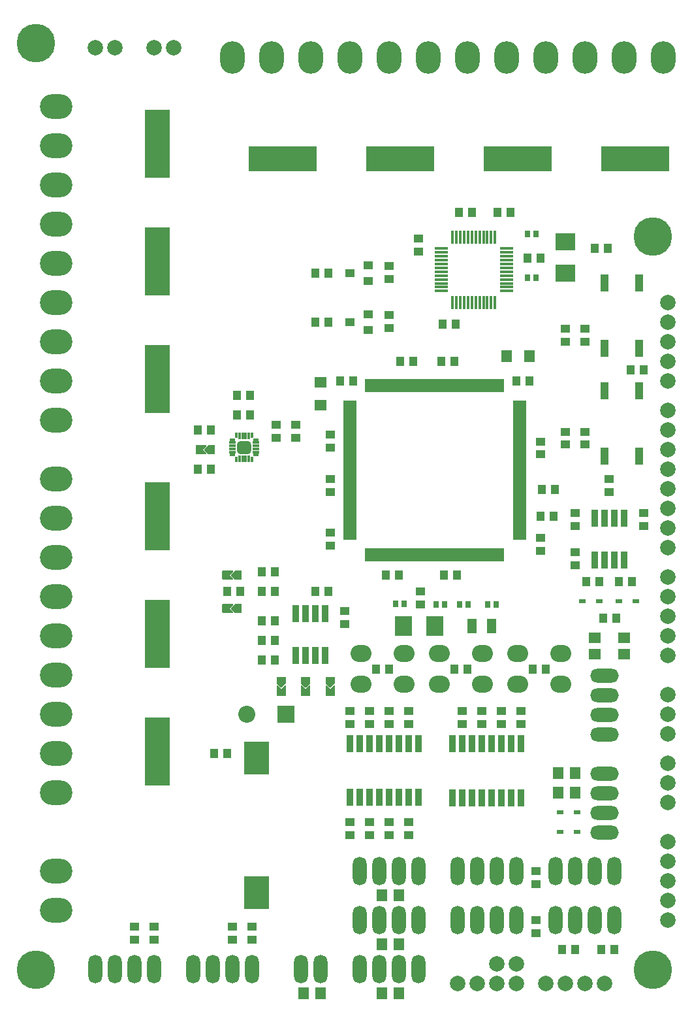
<source format=gbr>
%TF.GenerationSoftware,Altium Limited,Altium Designer,21.2.1 (34)*%
G04 Layer_Color=16711935*
%FSLAX25Y25*%
%MOIN*%
%TF.SameCoordinates,3D92BD4A-1653-4209-B07E-4AD3ED082CDC*%
%TF.FilePolarity,Negative*%
%TF.FileFunction,Soldermask,Bot*%
%TF.Part,Single*%
G01*
G75*
%TA.AperFunction,SMDPad,CuDef*%
%ADD81R,0.12611X0.35052*%
%ADD82R,0.35052X0.12611*%
%ADD83R,0.03950X0.08674*%
%ADD84R,0.01981X0.04737*%
%ADD85R,0.01587X0.03162*%
%ADD86R,0.01587X0.03556*%
%ADD87R,0.03162X0.01587*%
%ADD88R,0.03556X0.01587*%
G04:AMPARAMS|DCode=89|XSize=67.06mil|YSize=72.96mil|CornerRadius=18.76mil|HoleSize=0mil|Usage=FLASHONLY|Rotation=90.000|XOffset=0mil|YOffset=0mil|HoleType=Round|Shape=RoundedRectangle|*
%AMROUNDEDRECTD89*
21,1,0.06706,0.03543,0,0,90.0*
21,1,0.02953,0.07296,0,0,90.0*
1,1,0.03753,0.01772,0.01476*
1,1,0.03753,0.01772,-0.01476*
1,1,0.03753,-0.01772,-0.01476*
1,1,0.03753,-0.01772,0.01476*
%
%ADD89ROUNDEDRECTD89*%
%ADD90R,0.03950X0.04737*%
%ADD91R,0.04737X0.03950*%
%ADD92R,0.10249X0.08674*%
%ADD93R,0.08674X0.10249*%
%ADD94R,0.04737X0.07493*%
%ADD95R,0.04540X0.03950*%
%ADD96R,0.03556X0.02375*%
%ADD97R,0.03556X0.08674*%
%ADD98R,0.01981X0.06706*%
%ADD99R,0.06706X0.01981*%
%ADD100R,0.04737X0.01981*%
%ADD101R,0.06200X0.05300*%
%ADD102R,0.05300X0.06200*%
%ADD103R,0.01781X0.06506*%
%ADD104R,0.06506X0.01781*%
%ADD105R,0.12611X0.16548*%
%ADD106R,0.02800X0.03300*%
%ADD107R,0.05524X0.05918*%
%ADD108R,0.05918X0.05524*%
%TA.AperFunction,ComponentPad*%
%ADD109O,0.07099X0.14580*%
%TA.AperFunction,WasherPad*%
%ADD110C,0.19685*%
%TA.AperFunction,ComponentPad*%
%ADD111C,0.07887*%
%ADD112O,0.12611X0.16548*%
%ADD113O,0.10642X0.08674*%
%ADD114O,0.14580X0.07099*%
%ADD115O,0.16548X0.12611*%
%ADD116C,0.08674*%
%ADD117R,0.08674X0.08674*%
%TA.AperFunction,ViaPad*%
%ADD118C,0.02769*%
G36*
X172021Y169079D02*
X172072Y169068D01*
X172122Y169051D01*
X172169Y169028D01*
X172213Y168999D01*
X172252Y168965D01*
X172286Y168925D01*
X172316Y168881D01*
X172339Y168834D01*
X172356Y168785D01*
X172366Y168733D01*
X172369Y168681D01*
Y165925D01*
X172366Y165873D01*
X172356Y165821D01*
X172339Y165772D01*
X172316Y165725D01*
X172286Y165681D01*
X172252Y165642D01*
X170283Y163673D01*
X170244Y163639D01*
X170200Y163610D01*
X170153Y163586D01*
X170104Y163569D01*
X170052Y163559D01*
X170000Y163556D01*
X169948Y163559D01*
X169896Y163569D01*
X169847Y163586D01*
X169800Y163610D01*
X169756Y163639D01*
X169717Y163673D01*
X167748Y165642D01*
X167713Y165681D01*
X167684Y165725D01*
X167661Y165772D01*
X167644Y165821D01*
X167634Y165873D01*
X167631Y165925D01*
Y168681D01*
X167634Y168733D01*
X167644Y168785D01*
X167661Y168834D01*
X167684Y168881D01*
X167713Y168925D01*
X167748Y168965D01*
X167788Y168999D01*
X167831Y169028D01*
X167878Y169051D01*
X167928Y169068D01*
X167979Y169079D01*
X168032Y169082D01*
X171968D01*
X172021Y169079D01*
D02*
G37*
G36*
X159521D02*
X159572Y169068D01*
X159622Y169051D01*
X159669Y169028D01*
X159713Y168999D01*
X159752Y168965D01*
X159786Y168925D01*
X159816Y168881D01*
X159839Y168834D01*
X159856Y168785D01*
X159866Y168733D01*
X159869Y168681D01*
Y165925D01*
X159866Y165873D01*
X159856Y165821D01*
X159839Y165772D01*
X159816Y165725D01*
X159786Y165681D01*
X159752Y165642D01*
X157783Y163673D01*
X157744Y163639D01*
X157700Y163610D01*
X157653Y163586D01*
X157604Y163569D01*
X157552Y163559D01*
X157500Y163556D01*
X157448Y163559D01*
X157396Y163569D01*
X157347Y163586D01*
X157300Y163610D01*
X157256Y163639D01*
X157217Y163673D01*
X155248Y165642D01*
X155213Y165681D01*
X155184Y165725D01*
X155161Y165772D01*
X155144Y165821D01*
X155134Y165873D01*
X155131Y165925D01*
Y168681D01*
X155134Y168733D01*
X155144Y168785D01*
X155161Y168834D01*
X155184Y168881D01*
X155213Y168925D01*
X155248Y168965D01*
X155288Y168999D01*
X155331Y169028D01*
X155378Y169051D01*
X155428Y169068D01*
X155479Y169079D01*
X155532Y169082D01*
X159468D01*
X159521Y169079D01*
D02*
G37*
G36*
X147021D02*
X147072Y169068D01*
X147122Y169051D01*
X147169Y169028D01*
X147213Y168999D01*
X147252Y168965D01*
X147286Y168925D01*
X147316Y168881D01*
X147339Y168834D01*
X147356Y168785D01*
X147366Y168733D01*
X147369Y168681D01*
Y165925D01*
X147366Y165873D01*
X147356Y165821D01*
X147339Y165772D01*
X147316Y165725D01*
X147286Y165681D01*
X147252Y165642D01*
X145283Y163673D01*
X145244Y163639D01*
X145200Y163610D01*
X145153Y163586D01*
X145104Y163569D01*
X145052Y163559D01*
X145000Y163556D01*
X144948Y163559D01*
X144896Y163569D01*
X144847Y163586D01*
X144800Y163610D01*
X144756Y163639D01*
X144717Y163673D01*
X142748Y165642D01*
X142713Y165681D01*
X142684Y165725D01*
X142661Y165772D01*
X142644Y165821D01*
X142634Y165873D01*
X142631Y165925D01*
Y168681D01*
X142634Y168733D01*
X142644Y168785D01*
X142661Y168834D01*
X142684Y168881D01*
X142713Y168925D01*
X142748Y168965D01*
X142788Y168999D01*
X142831Y169028D01*
X142878Y169051D01*
X142928Y169068D01*
X142979Y169079D01*
X143032Y169082D01*
X146968D01*
X147021Y169079D01*
D02*
G37*
G36*
X172021Y164748D02*
X172072Y164738D01*
X172122Y164721D01*
X172169Y164698D01*
X172213Y164668D01*
X172252Y164634D01*
X172286Y164594D01*
X172316Y164551D01*
X172339Y164504D01*
X172356Y164454D01*
X172366Y164403D01*
X172369Y164350D01*
Y159626D01*
X172366Y159574D01*
X172356Y159522D01*
X172339Y159473D01*
X172316Y159425D01*
X172286Y159382D01*
X172252Y159343D01*
X172213Y159308D01*
X172169Y159279D01*
X172122Y159256D01*
X172072Y159239D01*
X172021Y159229D01*
X171968Y159225D01*
X168032D01*
X167979Y159229D01*
X167928Y159239D01*
X167878Y159256D01*
X167831Y159279D01*
X167788Y159308D01*
X167748Y159343D01*
X167713Y159382D01*
X167684Y159425D01*
X167661Y159473D01*
X167644Y159522D01*
X167634Y159574D01*
X167631Y159626D01*
Y164350D01*
X167634Y164403D01*
X167644Y164454D01*
X167661Y164504D01*
X167684Y164551D01*
X167713Y164594D01*
X167748Y164634D01*
X167788Y164668D01*
X167831Y164698D01*
X167878Y164721D01*
X167928Y164738D01*
X167979Y164748D01*
X168032Y164751D01*
X168084Y164748D01*
X168135Y164738D01*
X168185Y164721D01*
X168232Y164698D01*
X168275Y164668D01*
X168315Y164634D01*
X170000Y162949D01*
X171685Y164634D01*
X171724Y164668D01*
X171768Y164698D01*
X171815Y164721D01*
X171865Y164738D01*
X171916Y164748D01*
X171968Y164751D01*
X172021Y164748D01*
D02*
G37*
G36*
X159521D02*
X159572Y164738D01*
X159622Y164721D01*
X159669Y164698D01*
X159713Y164668D01*
X159752Y164634D01*
X159786Y164594D01*
X159816Y164551D01*
X159839Y164504D01*
X159856Y164454D01*
X159866Y164403D01*
X159869Y164350D01*
Y159626D01*
X159866Y159574D01*
X159856Y159522D01*
X159839Y159473D01*
X159816Y159425D01*
X159786Y159382D01*
X159752Y159343D01*
X159713Y159308D01*
X159669Y159279D01*
X159622Y159256D01*
X159572Y159239D01*
X159521Y159229D01*
X159468Y159225D01*
X155532D01*
X155479Y159229D01*
X155428Y159239D01*
X155378Y159256D01*
X155331Y159279D01*
X155288Y159308D01*
X155248Y159343D01*
X155213Y159382D01*
X155184Y159425D01*
X155161Y159473D01*
X155144Y159522D01*
X155134Y159574D01*
X155131Y159626D01*
Y164350D01*
X155134Y164403D01*
X155144Y164454D01*
X155161Y164504D01*
X155184Y164551D01*
X155213Y164594D01*
X155248Y164634D01*
X155288Y164668D01*
X155331Y164698D01*
X155378Y164721D01*
X155428Y164738D01*
X155479Y164748D01*
X155532Y164751D01*
X155584Y164748D01*
X155635Y164738D01*
X155685Y164721D01*
X155732Y164698D01*
X155775Y164668D01*
X155815Y164634D01*
X157500Y162949D01*
X159185Y164634D01*
X159224Y164668D01*
X159268Y164698D01*
X159315Y164721D01*
X159365Y164738D01*
X159416Y164748D01*
X159468Y164751D01*
X159521Y164748D01*
D02*
G37*
G36*
X147021D02*
X147072Y164738D01*
X147122Y164721D01*
X147169Y164698D01*
X147213Y164668D01*
X147252Y164634D01*
X147286Y164594D01*
X147316Y164551D01*
X147339Y164504D01*
X147356Y164454D01*
X147366Y164403D01*
X147369Y164350D01*
Y159626D01*
X147366Y159574D01*
X147356Y159522D01*
X147339Y159473D01*
X147316Y159425D01*
X147286Y159382D01*
X147252Y159343D01*
X147213Y159308D01*
X147169Y159279D01*
X147122Y159256D01*
X147072Y159239D01*
X147021Y159229D01*
X146968Y159225D01*
X143032D01*
X142979Y159229D01*
X142928Y159239D01*
X142878Y159256D01*
X142831Y159279D01*
X142788Y159308D01*
X142748Y159343D01*
X142713Y159382D01*
X142684Y159425D01*
X142661Y159473D01*
X142644Y159522D01*
X142634Y159574D01*
X142631Y159626D01*
Y164350D01*
X142634Y164403D01*
X142644Y164454D01*
X142661Y164504D01*
X142684Y164551D01*
X142713Y164594D01*
X142748Y164634D01*
X142788Y164668D01*
X142831Y164698D01*
X142878Y164721D01*
X142928Y164738D01*
X142979Y164748D01*
X143032Y164751D01*
X143084Y164748D01*
X143135Y164738D01*
X143185Y164721D01*
X143232Y164698D01*
X143275Y164668D01*
X143315Y164634D01*
X145000Y162949D01*
X146685Y164634D01*
X146724Y164668D01*
X146768Y164698D01*
X146815Y164721D01*
X146865Y164738D01*
X146916Y164748D01*
X146968Y164751D01*
X147021Y164748D01*
D02*
G37*
G36*
X110820Y287366D02*
X110872Y287356D01*
X110921Y287339D01*
X110968Y287316D01*
X111012Y287286D01*
X111051Y287252D01*
X111086Y287212D01*
X111115Y287169D01*
X111138Y287122D01*
X111155Y287072D01*
X111165Y287021D01*
X111169Y286968D01*
Y283032D01*
X111165Y282979D01*
X111155Y282928D01*
X111138Y282878D01*
X111115Y282831D01*
X111086Y282787D01*
X111051Y282748D01*
X111012Y282714D01*
X110968Y282684D01*
X110921Y282661D01*
X110872Y282644D01*
X110820Y282634D01*
X110768Y282631D01*
X108012D01*
X107959Y282634D01*
X107908Y282644D01*
X107858Y282661D01*
X107811Y282684D01*
X107768Y282714D01*
X107728Y282748D01*
X105760Y284717D01*
X105725Y284756D01*
X105696Y284800D01*
X105673Y284847D01*
X105656Y284896D01*
X105646Y284948D01*
X105642Y285000D01*
X105646Y285052D01*
X105656Y285104D01*
X105673Y285153D01*
X105696Y285200D01*
X105725Y285244D01*
X105760Y285283D01*
X107728Y287252D01*
X107768Y287286D01*
X107811Y287316D01*
X107858Y287339D01*
X107908Y287356D01*
X107959Y287366D01*
X108012Y287369D01*
X110768D01*
X110820Y287366D01*
D02*
G37*
G36*
X106489D02*
X106541Y287356D01*
X106590Y287339D01*
X106637Y287316D01*
X106681Y287286D01*
X106720Y287252D01*
X106755Y287212D01*
X106784Y287169D01*
X106807Y287122D01*
X106824Y287072D01*
X106834Y287021D01*
X106838Y286968D01*
X106834Y286916D01*
X106824Y286865D01*
X106807Y286815D01*
X106784Y286768D01*
X106755Y286724D01*
X106720Y286685D01*
X105035Y285000D01*
X106720Y283315D01*
X106755Y283276D01*
X106784Y283232D01*
X106807Y283185D01*
X106824Y283135D01*
X106834Y283084D01*
X106838Y283032D01*
X106834Y282979D01*
X106824Y282928D01*
X106807Y282878D01*
X106784Y282831D01*
X106755Y282787D01*
X106720Y282748D01*
X106681Y282714D01*
X106637Y282684D01*
X106590Y282661D01*
X106541Y282644D01*
X106489Y282634D01*
X106437Y282631D01*
X101713D01*
X101660Y282634D01*
X101609Y282644D01*
X101559Y282661D01*
X101512Y282684D01*
X101469Y282714D01*
X101429Y282748D01*
X101395Y282787D01*
X101365Y282831D01*
X101342Y282878D01*
X101325Y282928D01*
X101315Y282979D01*
X101312Y283032D01*
Y286968D01*
X101315Y287021D01*
X101325Y287072D01*
X101342Y287122D01*
X101365Y287169D01*
X101395Y287212D01*
X101429Y287252D01*
X101469Y287286D01*
X101512Y287316D01*
X101559Y287339D01*
X101609Y287356D01*
X101660Y287366D01*
X101713Y287369D01*
X106437D01*
X106489Y287366D01*
D02*
G37*
G36*
X124426Y223366D02*
X124478Y223356D01*
X124527Y223339D01*
X124574Y223316D01*
X124618Y223287D01*
X124657Y223252D01*
X124692Y223213D01*
X124721Y223169D01*
X124744Y223122D01*
X124761Y223072D01*
X124771Y223021D01*
X124775Y222969D01*
Y219032D01*
X124771Y218979D01*
X124761Y218928D01*
X124744Y218878D01*
X124721Y218831D01*
X124692Y218788D01*
X124657Y218748D01*
X124618Y218713D01*
X124574Y218684D01*
X124527Y218661D01*
X124478Y218644D01*
X124426Y218634D01*
X124374Y218631D01*
X121618D01*
X121566Y218634D01*
X121514Y218644D01*
X121465Y218661D01*
X121418Y218684D01*
X121374Y218713D01*
X121335Y218748D01*
X119366Y220717D01*
X119332Y220756D01*
X119302Y220800D01*
X119279Y220847D01*
X119262Y220896D01*
X119252Y220948D01*
X119249Y221000D01*
X119252Y221052D01*
X119262Y221104D01*
X119279Y221153D01*
X119302Y221200D01*
X119332Y221244D01*
X119366Y221283D01*
X121335Y223252D01*
X121374Y223287D01*
X121418Y223316D01*
X121465Y223339D01*
X121514Y223356D01*
X121566Y223366D01*
X121618Y223369D01*
X124374D01*
X124426Y223366D01*
D02*
G37*
G36*
X120096D02*
X120147Y223356D01*
X120197Y223339D01*
X120244Y223316D01*
X120287Y223287D01*
X120327Y223252D01*
X120361Y223213D01*
X120390Y223169D01*
X120414Y223122D01*
X120431Y223072D01*
X120441Y223021D01*
X120444Y222969D01*
X120441Y222916D01*
X120431Y222865D01*
X120414Y222815D01*
X120390Y222768D01*
X120361Y222725D01*
X120327Y222685D01*
X118642Y221000D01*
X120327Y219315D01*
X120361Y219275D01*
X120390Y219232D01*
X120414Y219185D01*
X120431Y219135D01*
X120441Y219084D01*
X120444Y219032D01*
X120441Y218979D01*
X120431Y218928D01*
X120414Y218878D01*
X120390Y218831D01*
X120361Y218788D01*
X120327Y218748D01*
X120287Y218713D01*
X120244Y218684D01*
X120197Y218661D01*
X120147Y218644D01*
X120096Y218634D01*
X120043Y218631D01*
X115319D01*
X115267Y218634D01*
X115215Y218644D01*
X115165Y218661D01*
X115119Y218684D01*
X115075Y218713D01*
X115035Y218748D01*
X115001Y218788D01*
X114972Y218831D01*
X114949Y218878D01*
X114932Y218928D01*
X114921Y218979D01*
X114918Y219032D01*
Y222969D01*
X114921Y223021D01*
X114932Y223072D01*
X114949Y223122D01*
X114972Y223169D01*
X115001Y223213D01*
X115035Y223252D01*
X115075Y223287D01*
X115119Y223316D01*
X115165Y223339D01*
X115215Y223356D01*
X115267Y223366D01*
X115319Y223369D01*
X120043D01*
X120096Y223366D01*
D02*
G37*
G36*
X124426Y206366D02*
X124478Y206356D01*
X124527Y206339D01*
X124574Y206316D01*
X124618Y206287D01*
X124657Y206252D01*
X124692Y206212D01*
X124721Y206169D01*
X124744Y206122D01*
X124761Y206072D01*
X124771Y206021D01*
X124775Y205968D01*
Y202031D01*
X124771Y201979D01*
X124761Y201928D01*
X124744Y201878D01*
X124721Y201831D01*
X124692Y201787D01*
X124657Y201748D01*
X124618Y201713D01*
X124574Y201684D01*
X124527Y201661D01*
X124478Y201644D01*
X124426Y201634D01*
X124374Y201631D01*
X121618D01*
X121566Y201634D01*
X121514Y201644D01*
X121465Y201661D01*
X121418Y201684D01*
X121374Y201713D01*
X121335Y201748D01*
X119366Y203717D01*
X119332Y203756D01*
X119302Y203800D01*
X119279Y203847D01*
X119262Y203896D01*
X119252Y203948D01*
X119249Y204000D01*
X119252Y204052D01*
X119262Y204104D01*
X119279Y204153D01*
X119302Y204200D01*
X119332Y204244D01*
X119366Y204283D01*
X121335Y206252D01*
X121374Y206287D01*
X121418Y206316D01*
X121465Y206339D01*
X121514Y206356D01*
X121566Y206366D01*
X121618Y206369D01*
X124374D01*
X124426Y206366D01*
D02*
G37*
G36*
X120096D02*
X120147Y206356D01*
X120197Y206339D01*
X120244Y206316D01*
X120287Y206287D01*
X120327Y206252D01*
X120361Y206212D01*
X120390Y206169D01*
X120414Y206122D01*
X120431Y206072D01*
X120441Y206021D01*
X120444Y205968D01*
X120441Y205916D01*
X120431Y205865D01*
X120414Y205815D01*
X120390Y205768D01*
X120361Y205725D01*
X120327Y205685D01*
X118642Y204000D01*
X120327Y202315D01*
X120361Y202275D01*
X120390Y202232D01*
X120414Y202185D01*
X120431Y202135D01*
X120441Y202084D01*
X120444Y202031D01*
X120441Y201979D01*
X120431Y201928D01*
X120414Y201878D01*
X120390Y201831D01*
X120361Y201787D01*
X120327Y201748D01*
X120287Y201713D01*
X120244Y201684D01*
X120197Y201661D01*
X120147Y201644D01*
X120096Y201634D01*
X120043Y201631D01*
X115319D01*
X115267Y201634D01*
X115215Y201644D01*
X115165Y201661D01*
X115119Y201684D01*
X115075Y201713D01*
X115035Y201748D01*
X115001Y201787D01*
X114972Y201831D01*
X114949Y201878D01*
X114932Y201928D01*
X114921Y201979D01*
X114918Y202031D01*
Y205968D01*
X114921Y206021D01*
X114932Y206072D01*
X114949Y206122D01*
X114972Y206169D01*
X115001Y206212D01*
X115035Y206252D01*
X115075Y206287D01*
X115119Y206316D01*
X115165Y206339D01*
X115215Y206356D01*
X115267Y206366D01*
X115319Y206369D01*
X120043D01*
X120096Y206366D01*
D02*
G37*
D81*
X81614Y130866D02*
D03*
Y190866D02*
D03*
Y250866D02*
D03*
Y320866D02*
D03*
Y380866D02*
D03*
Y440866D02*
D03*
D82*
X145866Y433386D02*
D03*
X205866D02*
D03*
X265866D02*
D03*
X325866D02*
D03*
D83*
X327717Y315000D02*
D03*
X310000D02*
D03*
Y281535D02*
D03*
X327717D02*
D03*
Y370000D02*
D03*
X310000D02*
D03*
Y336535D02*
D03*
X327717D02*
D03*
D84*
X123193Y221000D02*
D03*
X116500D02*
D03*
X123193Y204000D02*
D03*
X116500D02*
D03*
X102894Y285000D02*
D03*
X109587D02*
D03*
D85*
X130000Y280000D02*
D03*
X122126D02*
D03*
Y292205D02*
D03*
X130000D02*
D03*
D86*
X128425Y280197D02*
D03*
X126850D02*
D03*
X125276D02*
D03*
X123701D02*
D03*
Y292008D02*
D03*
X125276D02*
D03*
X126850D02*
D03*
X128425D02*
D03*
D87*
X119961Y282165D02*
D03*
Y290039D02*
D03*
X132165D02*
D03*
Y282165D02*
D03*
D88*
X120157Y283740D02*
D03*
Y285315D02*
D03*
Y286890D02*
D03*
Y288465D02*
D03*
X131969D02*
D03*
Y286890D02*
D03*
Y285315D02*
D03*
Y283740D02*
D03*
D89*
X126063Y286102D02*
D03*
D90*
X102500Y275000D02*
D03*
X109094D02*
D03*
X102500Y295000D02*
D03*
X109094D02*
D03*
X129094Y312500D02*
D03*
X122500D02*
D03*
X129094Y302500D02*
D03*
X122500D02*
D03*
X141594Y222500D02*
D03*
X135000D02*
D03*
X270906Y382500D02*
D03*
X277500D02*
D03*
X311595Y387500D02*
D03*
X305000D02*
D03*
X307500Y217500D02*
D03*
X300906D02*
D03*
X317500D02*
D03*
X324094D02*
D03*
X242500Y406000D02*
D03*
X235906D02*
D03*
X309500Y199000D02*
D03*
X316094D02*
D03*
X323406Y325500D02*
D03*
X330000D02*
D03*
X141594Y212500D02*
D03*
X135000D02*
D03*
X117500D02*
D03*
X124094D02*
D03*
X169094Y375000D02*
D03*
X162500D02*
D03*
X169094Y350000D02*
D03*
X162500D02*
D03*
X284094Y251000D02*
D03*
X277500D02*
D03*
X315000Y30000D02*
D03*
X308405D02*
D03*
X294990Y30001D02*
D03*
X288395D02*
D03*
X169094Y212500D02*
D03*
X162500D02*
D03*
X135000Y197500D02*
D03*
X141594D02*
D03*
Y187500D02*
D03*
X135000D02*
D03*
X141594Y177500D02*
D03*
X135000D02*
D03*
X262094Y406000D02*
D03*
X255500D02*
D03*
X234094Y349000D02*
D03*
X227500D02*
D03*
X193406Y173000D02*
D03*
X200000D02*
D03*
X198406Y221000D02*
D03*
X205000D02*
D03*
X234594D02*
D03*
X228000D02*
D03*
X284594Y264500D02*
D03*
X278000D02*
D03*
X271594Y320000D02*
D03*
X265000D02*
D03*
X226906Y330000D02*
D03*
X233500D02*
D03*
X205906D02*
D03*
X212500D02*
D03*
X175000Y320000D02*
D03*
X181594D02*
D03*
X233406Y173000D02*
D03*
X240000D02*
D03*
X273406D02*
D03*
X280000D02*
D03*
X117500Y130000D02*
D03*
X110906D02*
D03*
D91*
X142500Y297500D02*
D03*
Y290906D02*
D03*
X152500Y297500D02*
D03*
Y290906D02*
D03*
X69999Y41605D02*
D03*
Y35010D02*
D03*
X80001Y41605D02*
D03*
Y35010D02*
D03*
X300001Y340010D02*
D03*
Y346605D02*
D03*
X312499Y263395D02*
D03*
Y269990D02*
D03*
X294999Y245895D02*
D03*
Y252490D02*
D03*
X329999Y245895D02*
D03*
Y252490D02*
D03*
X119999Y41605D02*
D03*
Y35010D02*
D03*
X129999Y41605D02*
D03*
Y35010D02*
D03*
X216000Y212594D02*
D03*
Y206000D02*
D03*
X200000Y371906D02*
D03*
Y378500D02*
D03*
Y346906D02*
D03*
Y353500D02*
D03*
X300000Y294094D02*
D03*
Y287500D02*
D03*
X179999Y94990D02*
D03*
Y88395D02*
D03*
X180000Y151595D02*
D03*
Y145000D02*
D03*
X267500Y151594D02*
D03*
Y145000D02*
D03*
X189999Y94990D02*
D03*
Y88395D02*
D03*
X190000Y151595D02*
D03*
Y145000D02*
D03*
X257500Y151594D02*
D03*
Y145000D02*
D03*
X199999Y94990D02*
D03*
Y88395D02*
D03*
X200000Y151595D02*
D03*
Y145000D02*
D03*
X274999Y44990D02*
D03*
Y38395D02*
D03*
X247500Y151594D02*
D03*
Y145000D02*
D03*
X210000Y95000D02*
D03*
Y88405D02*
D03*
Y151595D02*
D03*
Y145000D02*
D03*
X274999Y69990D02*
D03*
Y63395D02*
D03*
X237500Y151594D02*
D03*
Y145000D02*
D03*
X295000Y225906D02*
D03*
Y232500D02*
D03*
X215000Y385906D02*
D03*
Y392500D02*
D03*
X290000Y346594D02*
D03*
Y340000D02*
D03*
X177500Y195906D02*
D03*
Y202500D02*
D03*
X277500Y233406D02*
D03*
Y240000D02*
D03*
Y289094D02*
D03*
Y282500D02*
D03*
X170000Y263406D02*
D03*
Y270000D02*
D03*
Y235906D02*
D03*
Y242500D02*
D03*
Y285906D02*
D03*
Y292500D02*
D03*
X290000Y287500D02*
D03*
Y294094D02*
D03*
D92*
Y375000D02*
D03*
Y391000D02*
D03*
D93*
X207500Y195000D02*
D03*
X223500D02*
D03*
D94*
X242500D02*
D03*
X252343D02*
D03*
D95*
X189449Y378937D02*
D03*
Y371063D02*
D03*
X180000Y375000D02*
D03*
X189449Y353937D02*
D03*
Y346063D02*
D03*
X180000Y350000D02*
D03*
D96*
X298839Y207500D02*
D03*
X307500D02*
D03*
X326161D02*
D03*
X317500D02*
D03*
X296161Y100000D02*
D03*
X287500D02*
D03*
Y90000D02*
D03*
X296161D02*
D03*
D97*
X320000Y228770D02*
D03*
X315000D02*
D03*
X310000D02*
D03*
X305000D02*
D03*
X320000Y250030D02*
D03*
X315000D02*
D03*
X310000D02*
D03*
X305000D02*
D03*
X152500Y201230D02*
D03*
X157500D02*
D03*
X162500D02*
D03*
X167500D02*
D03*
X152500Y179970D02*
D03*
X157500D02*
D03*
X162500D02*
D03*
X167500D02*
D03*
X180000Y135059D02*
D03*
X185000D02*
D03*
X190000D02*
D03*
X195000D02*
D03*
X200000D02*
D03*
X205000D02*
D03*
X210000D02*
D03*
X215000D02*
D03*
X180000Y107500D02*
D03*
X185000D02*
D03*
X190000D02*
D03*
X195000D02*
D03*
X200000D02*
D03*
X205000D02*
D03*
X210000D02*
D03*
X215000D02*
D03*
X232500Y135000D02*
D03*
X237500D02*
D03*
X242500D02*
D03*
X247500D02*
D03*
X252500D02*
D03*
X257500D02*
D03*
X262500D02*
D03*
X267500D02*
D03*
X232500Y107441D02*
D03*
X237500D02*
D03*
X242500D02*
D03*
X247500D02*
D03*
X252500D02*
D03*
X257500D02*
D03*
X262500D02*
D03*
X267500D02*
D03*
D98*
X257756Y231142D02*
D03*
X255787D02*
D03*
X253819D02*
D03*
X251850D02*
D03*
X249882D02*
D03*
X247913D02*
D03*
X245945D02*
D03*
X243976D02*
D03*
X242008D02*
D03*
X240039D02*
D03*
X238071D02*
D03*
X236102D02*
D03*
X234134D02*
D03*
X232165D02*
D03*
X230197D02*
D03*
X228228D02*
D03*
X226260D02*
D03*
X224291D02*
D03*
X222323D02*
D03*
X220354D02*
D03*
X218386D02*
D03*
X216417D02*
D03*
X214449D02*
D03*
X212480D02*
D03*
X210512D02*
D03*
X208543D02*
D03*
X206575D02*
D03*
X204606D02*
D03*
X202638D02*
D03*
X200669D02*
D03*
X198701D02*
D03*
X196732D02*
D03*
X194764D02*
D03*
X192795D02*
D03*
X190827D02*
D03*
X188858D02*
D03*
Y317756D02*
D03*
X190827D02*
D03*
X192795D02*
D03*
X194764D02*
D03*
X196732D02*
D03*
X198701D02*
D03*
X200669D02*
D03*
X202638D02*
D03*
X204606D02*
D03*
X206575D02*
D03*
X208543D02*
D03*
X210512D02*
D03*
X212480D02*
D03*
X214449D02*
D03*
X216417D02*
D03*
X218386D02*
D03*
X220354D02*
D03*
X222323D02*
D03*
X224291D02*
D03*
X226260D02*
D03*
X228228D02*
D03*
X230197D02*
D03*
X232165D02*
D03*
X234134D02*
D03*
X236102D02*
D03*
X238071D02*
D03*
X240039D02*
D03*
X242008D02*
D03*
X243976D02*
D03*
X245945D02*
D03*
X247913D02*
D03*
X249882D02*
D03*
X251850D02*
D03*
X253819D02*
D03*
X255787D02*
D03*
X257756D02*
D03*
D99*
X180000Y240000D02*
D03*
Y241969D02*
D03*
Y243937D02*
D03*
Y245906D02*
D03*
Y247874D02*
D03*
Y249843D02*
D03*
Y251811D02*
D03*
Y253780D02*
D03*
Y255748D02*
D03*
Y257717D02*
D03*
Y259685D02*
D03*
Y261654D02*
D03*
Y263622D02*
D03*
Y265591D02*
D03*
Y267559D02*
D03*
Y269528D02*
D03*
Y271496D02*
D03*
Y273465D02*
D03*
Y275433D02*
D03*
Y277402D02*
D03*
Y279370D02*
D03*
Y281339D02*
D03*
Y283307D02*
D03*
Y285276D02*
D03*
Y287244D02*
D03*
Y289213D02*
D03*
Y291181D02*
D03*
Y293150D02*
D03*
Y295118D02*
D03*
Y297087D02*
D03*
Y299055D02*
D03*
Y301024D02*
D03*
Y302992D02*
D03*
Y304961D02*
D03*
Y306929D02*
D03*
Y308898D02*
D03*
X266614D02*
D03*
Y306929D02*
D03*
Y304961D02*
D03*
Y302992D02*
D03*
Y301024D02*
D03*
Y299055D02*
D03*
Y297087D02*
D03*
Y295118D02*
D03*
Y293150D02*
D03*
Y291181D02*
D03*
Y289213D02*
D03*
Y287244D02*
D03*
Y285276D02*
D03*
Y283307D02*
D03*
Y281339D02*
D03*
Y279370D02*
D03*
Y277402D02*
D03*
Y275433D02*
D03*
Y273465D02*
D03*
Y271496D02*
D03*
Y269528D02*
D03*
Y267559D02*
D03*
Y265591D02*
D03*
Y263622D02*
D03*
Y261654D02*
D03*
Y259685D02*
D03*
Y257717D02*
D03*
Y255748D02*
D03*
Y253780D02*
D03*
Y251811D02*
D03*
Y249843D02*
D03*
Y247874D02*
D03*
Y245906D02*
D03*
Y243937D02*
D03*
Y241969D02*
D03*
Y240000D02*
D03*
D100*
X145000Y167500D02*
D03*
Y160807D02*
D03*
X157500D02*
D03*
Y167500D02*
D03*
X170000D02*
D03*
Y160807D02*
D03*
D101*
X305000Y180500D02*
D03*
Y189000D02*
D03*
X320000Y180500D02*
D03*
Y189000D02*
D03*
D102*
X295000Y110000D02*
D03*
X286500D02*
D03*
X295000Y120000D02*
D03*
X286500D02*
D03*
X196500Y32500D02*
D03*
X205000D02*
D03*
X196500Y7500D02*
D03*
X205000D02*
D03*
X156500D02*
D03*
X165000D02*
D03*
X196500Y57500D02*
D03*
X205000D02*
D03*
D103*
X254193Y393307D02*
D03*
X252224D02*
D03*
X250256D02*
D03*
X248287D02*
D03*
X246319D02*
D03*
X244350D02*
D03*
X242382D02*
D03*
X240413D02*
D03*
X238445D02*
D03*
X236476D02*
D03*
X234508D02*
D03*
X232539D02*
D03*
Y360039D02*
D03*
X234508D02*
D03*
X236476D02*
D03*
X238445D02*
D03*
X240413D02*
D03*
X242382D02*
D03*
X244350D02*
D03*
X246319D02*
D03*
X248287D02*
D03*
X250256D02*
D03*
X252224D02*
D03*
X254193D02*
D03*
D104*
X226732Y387500D02*
D03*
Y385532D02*
D03*
Y383563D02*
D03*
Y381594D02*
D03*
Y379626D02*
D03*
Y377657D02*
D03*
Y375689D02*
D03*
Y373720D02*
D03*
Y371752D02*
D03*
Y369783D02*
D03*
Y367815D02*
D03*
Y365846D02*
D03*
X260000D02*
D03*
Y367815D02*
D03*
Y369783D02*
D03*
Y371752D02*
D03*
Y373720D02*
D03*
Y375689D02*
D03*
Y377657D02*
D03*
Y379626D02*
D03*
Y381594D02*
D03*
Y383563D02*
D03*
Y385532D02*
D03*
Y387500D02*
D03*
D105*
X132500Y127500D02*
D03*
Y58996D02*
D03*
D106*
X270700Y372500D02*
D03*
X275000D02*
D03*
X270700Y395000D02*
D03*
X275000D02*
D03*
X203456Y206142D02*
D03*
X207756D02*
D03*
X224000Y206000D02*
D03*
X228300D02*
D03*
X236200D02*
D03*
X240500D02*
D03*
X254800D02*
D03*
X250500D02*
D03*
D107*
X260000Y332500D02*
D03*
X271811D02*
D03*
D108*
X165000Y307500D02*
D03*
Y319311D02*
D03*
D109*
X245000Y45000D02*
D03*
X255000D02*
D03*
X265000D02*
D03*
X235000D02*
D03*
X60000Y20000D02*
D03*
X70000D02*
D03*
X80000D02*
D03*
X50000D02*
D03*
X100000Y20000D02*
D03*
X130000D02*
D03*
X120000D02*
D03*
X110000D02*
D03*
X235000Y70000D02*
D03*
X265000D02*
D03*
X255000D02*
D03*
X245000D02*
D03*
X285000D02*
D03*
X315000D02*
D03*
X305000D02*
D03*
X295000D02*
D03*
Y45000D02*
D03*
X305000D02*
D03*
X315000D02*
D03*
X285000D02*
D03*
X185157D02*
D03*
X215157D02*
D03*
X205157D02*
D03*
X195157D02*
D03*
X155000Y20000D02*
D03*
X165000Y20000D02*
D03*
X195000Y20000D02*
D03*
X205000D02*
D03*
X215000D02*
D03*
X185000D02*
D03*
Y70000D02*
D03*
X215000D02*
D03*
X205000D02*
D03*
X195000D02*
D03*
D110*
X334646Y19685D02*
D03*
Y393701D02*
D03*
X19685Y492126D02*
D03*
Y19685D02*
D03*
D111*
X255000Y22500D02*
D03*
X265000D02*
D03*
X342500Y245000D02*
D03*
Y265000D02*
D03*
Y275000D02*
D03*
Y285000D02*
D03*
Y295000D02*
D03*
Y305000D02*
D03*
Y255000D02*
D03*
Y235000D02*
D03*
Y140000D02*
D03*
Y150000D02*
D03*
Y160000D02*
D03*
Y105000D02*
D03*
Y115000D02*
D03*
Y125000D02*
D03*
Y320000D02*
D03*
Y360000D02*
D03*
Y350000D02*
D03*
Y340000D02*
D03*
Y330000D02*
D03*
X310000Y12500D02*
D03*
X300000D02*
D03*
X290000D02*
D03*
X280000D02*
D03*
X80000Y490000D02*
D03*
X90000D02*
D03*
X50000D02*
D03*
X60000D02*
D03*
X342500Y190000D02*
D03*
Y200000D02*
D03*
Y210000D02*
D03*
Y220000D02*
D03*
Y180000D02*
D03*
X235000Y12500D02*
D03*
X245000D02*
D03*
X255000D02*
D03*
X265000D02*
D03*
X342500Y45000D02*
D03*
Y85000D02*
D03*
Y75000D02*
D03*
Y65000D02*
D03*
Y55000D02*
D03*
D112*
X120000Y485000D02*
D03*
X140000D02*
D03*
X160000D02*
D03*
X300000D02*
D03*
X320000D02*
D03*
X340000D02*
D03*
X240000D02*
D03*
X260000D02*
D03*
X280000D02*
D03*
X180000D02*
D03*
X200000D02*
D03*
X220000D02*
D03*
D113*
X185787Y181000D02*
D03*
Y165252D02*
D03*
X207835D02*
D03*
Y181000D02*
D03*
X247835D02*
D03*
Y165252D02*
D03*
X225787D02*
D03*
Y181000D02*
D03*
X265787D02*
D03*
Y165252D02*
D03*
X287835D02*
D03*
Y181000D02*
D03*
D114*
X310000Y139527D02*
D03*
Y169527D02*
D03*
Y159527D02*
D03*
Y149527D02*
D03*
Y99527D02*
D03*
Y109527D02*
D03*
Y119527D02*
D03*
Y89527D02*
D03*
D115*
X30000Y70000D02*
D03*
Y50000D02*
D03*
Y460000D02*
D03*
Y440000D02*
D03*
Y420000D02*
D03*
Y400000D02*
D03*
Y380000D02*
D03*
Y360000D02*
D03*
Y340000D02*
D03*
Y320000D02*
D03*
Y300000D02*
D03*
Y230000D02*
D03*
Y250000D02*
D03*
Y270000D02*
D03*
Y210000D02*
D03*
Y190000D02*
D03*
Y170000D02*
D03*
Y150000D02*
D03*
Y130000D02*
D03*
Y110000D02*
D03*
D116*
X127500Y150000D02*
D03*
D117*
X147500D02*
D03*
D118*
X81614Y120039D02*
D03*
Y124370D02*
D03*
Y128701D02*
D03*
Y133031D02*
D03*
Y115709D02*
D03*
X77284D02*
D03*
Y120039D02*
D03*
Y128701D02*
D03*
Y133031D02*
D03*
Y137362D02*
D03*
Y141693D02*
D03*
Y124370D02*
D03*
X85945Y115709D02*
D03*
Y120039D02*
D03*
Y124370D02*
D03*
Y128701D02*
D03*
Y133031D02*
D03*
Y137362D02*
D03*
X81614D02*
D03*
X85945Y141693D02*
D03*
X81614D02*
D03*
X85945Y146024D02*
D03*
X81614D02*
D03*
X77284D02*
D03*
Y206024D02*
D03*
X81614D02*
D03*
X85945D02*
D03*
X81614Y201693D02*
D03*
X85945D02*
D03*
X81614Y197362D02*
D03*
X85945D02*
D03*
Y193032D02*
D03*
Y188701D02*
D03*
Y184370D02*
D03*
Y180039D02*
D03*
Y175709D02*
D03*
X77284Y184370D02*
D03*
Y201693D02*
D03*
Y197362D02*
D03*
Y193032D02*
D03*
Y188701D02*
D03*
Y180039D02*
D03*
Y175709D02*
D03*
X81614D02*
D03*
Y193032D02*
D03*
Y188701D02*
D03*
Y184370D02*
D03*
Y180039D02*
D03*
Y240039D02*
D03*
Y244370D02*
D03*
Y248701D02*
D03*
Y253031D02*
D03*
Y235709D02*
D03*
X77284D02*
D03*
Y240039D02*
D03*
Y248701D02*
D03*
Y253031D02*
D03*
Y257362D02*
D03*
Y261693D02*
D03*
Y244370D02*
D03*
X85945Y235709D02*
D03*
Y240039D02*
D03*
Y244370D02*
D03*
Y248701D02*
D03*
Y253031D02*
D03*
Y257362D02*
D03*
X81614D02*
D03*
X85945Y261693D02*
D03*
X81614D02*
D03*
X85945Y266024D02*
D03*
X81614D02*
D03*
X77284D02*
D03*
Y336024D02*
D03*
X81614D02*
D03*
X85945D02*
D03*
X81614Y331693D02*
D03*
X85945D02*
D03*
X81614Y327362D02*
D03*
X85945D02*
D03*
Y323031D02*
D03*
Y318701D02*
D03*
Y314370D02*
D03*
Y310039D02*
D03*
Y305709D02*
D03*
X77284Y314370D02*
D03*
Y331693D02*
D03*
Y327362D02*
D03*
Y323031D02*
D03*
Y318701D02*
D03*
Y310039D02*
D03*
Y305709D02*
D03*
X81614D02*
D03*
Y323031D02*
D03*
Y318701D02*
D03*
Y314370D02*
D03*
Y310039D02*
D03*
Y370039D02*
D03*
Y374370D02*
D03*
Y378701D02*
D03*
Y383032D02*
D03*
Y365709D02*
D03*
X77284D02*
D03*
Y370039D02*
D03*
Y378701D02*
D03*
Y383032D02*
D03*
Y387362D02*
D03*
Y391693D02*
D03*
Y374370D02*
D03*
X85945Y365709D02*
D03*
Y370039D02*
D03*
Y374370D02*
D03*
Y378701D02*
D03*
Y383032D02*
D03*
Y387362D02*
D03*
X81614D02*
D03*
X85945Y391693D02*
D03*
X81614D02*
D03*
X85945Y396024D02*
D03*
X81614D02*
D03*
X77284D02*
D03*
Y456024D02*
D03*
X81614D02*
D03*
X85945D02*
D03*
X81614Y451693D02*
D03*
X85945D02*
D03*
X81614Y447362D02*
D03*
X85945D02*
D03*
Y443032D02*
D03*
Y438701D02*
D03*
Y434370D02*
D03*
Y430039D02*
D03*
Y425709D02*
D03*
X77284Y434370D02*
D03*
Y451693D02*
D03*
Y447362D02*
D03*
Y443032D02*
D03*
Y438701D02*
D03*
Y430039D02*
D03*
Y425709D02*
D03*
X81614D02*
D03*
Y443032D02*
D03*
Y438701D02*
D03*
Y434370D02*
D03*
Y430039D02*
D03*
X135039Y433386D02*
D03*
X139370D02*
D03*
X143701D02*
D03*
X148031D02*
D03*
X130709D02*
D03*
Y437716D02*
D03*
X135039D02*
D03*
X143701D02*
D03*
X148031D02*
D03*
X152362D02*
D03*
X156693D02*
D03*
X139370D02*
D03*
X130709Y429055D02*
D03*
X135039D02*
D03*
X139370D02*
D03*
X143701D02*
D03*
X148031D02*
D03*
X152362D02*
D03*
Y433386D02*
D03*
X156693Y429055D02*
D03*
Y433386D02*
D03*
X161024Y429055D02*
D03*
Y433386D02*
D03*
Y437716D02*
D03*
X221024D02*
D03*
Y433386D02*
D03*
Y429055D02*
D03*
X216693Y433386D02*
D03*
Y429055D02*
D03*
X212362Y433386D02*
D03*
Y429055D02*
D03*
X208032D02*
D03*
X203701D02*
D03*
X199370D02*
D03*
X195039D02*
D03*
X190709D02*
D03*
X199370Y437716D02*
D03*
X216693D02*
D03*
X212362D02*
D03*
X208032D02*
D03*
X203701D02*
D03*
X195039D02*
D03*
X190709D02*
D03*
Y433386D02*
D03*
X208032D02*
D03*
X203701D02*
D03*
X199370D02*
D03*
X195039D02*
D03*
X255039D02*
D03*
X259370D02*
D03*
X263701D02*
D03*
X268032D02*
D03*
X250709D02*
D03*
Y437716D02*
D03*
X255039D02*
D03*
X263701D02*
D03*
X268032D02*
D03*
X272362D02*
D03*
X276693D02*
D03*
X259370D02*
D03*
X250709Y429055D02*
D03*
X255039D02*
D03*
X259370D02*
D03*
X263701D02*
D03*
X268032D02*
D03*
X272362D02*
D03*
Y433386D02*
D03*
X276693Y429055D02*
D03*
Y433386D02*
D03*
X281024Y429055D02*
D03*
Y433386D02*
D03*
Y437716D02*
D03*
X341024D02*
D03*
Y433386D02*
D03*
Y429055D02*
D03*
X336693Y433386D02*
D03*
Y429055D02*
D03*
X332362Y433386D02*
D03*
Y429055D02*
D03*
X328031D02*
D03*
X323701D02*
D03*
X319370D02*
D03*
X315039D02*
D03*
X310709D02*
D03*
X319370Y437716D02*
D03*
X336693D02*
D03*
X332362D02*
D03*
X328031D02*
D03*
X323701D02*
D03*
X315039D02*
D03*
X310709D02*
D03*
Y433386D02*
D03*
X328031D02*
D03*
X323701D02*
D03*
X319370D02*
D03*
X315039D02*
D03*
%TF.MD5,6fc8c709cf0ff6443eee69be17145567*%
M02*

</source>
